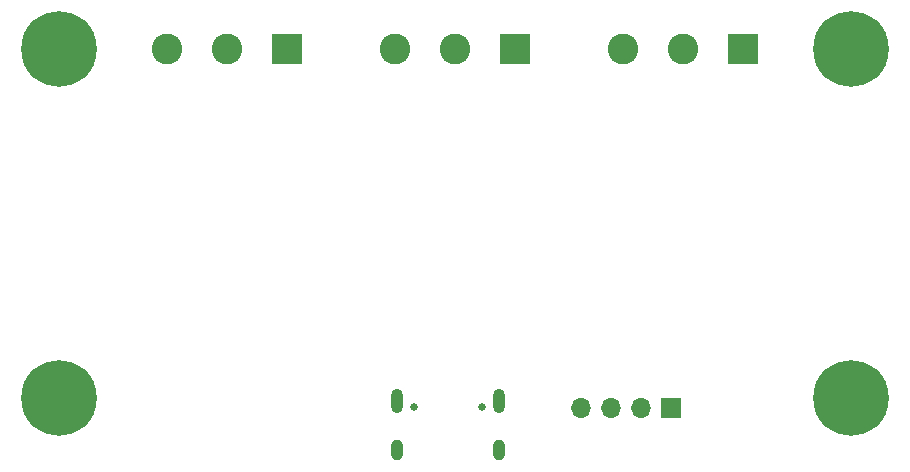
<source format=gbr>
%TF.GenerationSoftware,KiCad,Pcbnew,8.0.8*%
%TF.CreationDate,2025-06-06T06:09:44+09:00*%
%TF.ProjectId,fsk-traffic,66736b2d-7472-4616-9666-69632e6b6963,rev?*%
%TF.SameCoordinates,Original*%
%TF.FileFunction,Soldermask,Bot*%
%TF.FilePolarity,Negative*%
%FSLAX46Y46*%
G04 Gerber Fmt 4.6, Leading zero omitted, Abs format (unit mm)*
G04 Created by KiCad (PCBNEW 8.0.8) date 2025-06-06 06:09:44*
%MOMM*%
%LPD*%
G01*
G04 APERTURE LIST*
%ADD10R,2.600000X2.600000*%
%ADD11C,2.600000*%
%ADD12C,0.800000*%
%ADD13C,6.400000*%
%ADD14C,0.650000*%
%ADD15O,1.000000X2.100000*%
%ADD16O,1.000000X1.800000*%
%ADD17R,1.700000X1.700000*%
%ADD18O,1.700000X1.700000*%
G04 APERTURE END LIST*
D10*
%TO.C,J3*%
X168544420Y-89884420D03*
D11*
X163464420Y-89884420D03*
X158384420Y-89884420D03*
%TD*%
D10*
%TO.C,J5*%
X129984420Y-89884420D03*
D11*
X124904420Y-89884420D03*
X119824420Y-89884420D03*
%TD*%
D12*
%TO.C,REF\u002A\u002A*%
X110684420Y-87484420D03*
X112381476Y-88187364D03*
X108987364Y-88187364D03*
X113084420Y-89884420D03*
D13*
X110684420Y-89884420D03*
D12*
X108284420Y-89884420D03*
X112381476Y-91581476D03*
X108987364Y-91581476D03*
X110684420Y-92284420D03*
%TD*%
%TO.C,REF\u002A\u002A*%
X177684420Y-87484420D03*
X179381476Y-88187364D03*
X175987364Y-88187364D03*
X180084420Y-89884420D03*
D13*
X177684420Y-89884420D03*
D12*
X175284420Y-89884420D03*
X179381476Y-91581476D03*
X175987364Y-91581476D03*
X177684420Y-92284420D03*
%TD*%
%TO.C,REF\u002A\u002A*%
X113084420Y-119384420D03*
X112381476Y-121081476D03*
X112381476Y-117687364D03*
X110684420Y-121784420D03*
D13*
X110684420Y-119384420D03*
D12*
X110684420Y-116984420D03*
X108987364Y-121081476D03*
X108987364Y-117687364D03*
X108284420Y-119384420D03*
%TD*%
D14*
%TO.C,J2*%
X140694420Y-120154420D03*
X146474420Y-120154420D03*
D15*
X139264420Y-119654420D03*
D16*
X139264420Y-123834420D03*
D15*
X147904420Y-119654420D03*
D16*
X147904420Y-123834420D03*
%TD*%
D17*
%TO.C,J1*%
X162464420Y-120284420D03*
D18*
X159924420Y-120284420D03*
X157384420Y-120284420D03*
X154844420Y-120284420D03*
%TD*%
D10*
%TO.C,J4*%
X149264420Y-89884420D03*
D11*
X144184420Y-89884420D03*
X139104420Y-89884420D03*
%TD*%
D12*
%TO.C,REF\u002A\u002A*%
X177684420Y-116984420D03*
X179381476Y-117687364D03*
X175987364Y-117687364D03*
X180084420Y-119384420D03*
D13*
X177684420Y-119384420D03*
D12*
X175284420Y-119384420D03*
X179381476Y-121081476D03*
X175987364Y-121081476D03*
X177684420Y-121784420D03*
%TD*%
M02*

</source>
